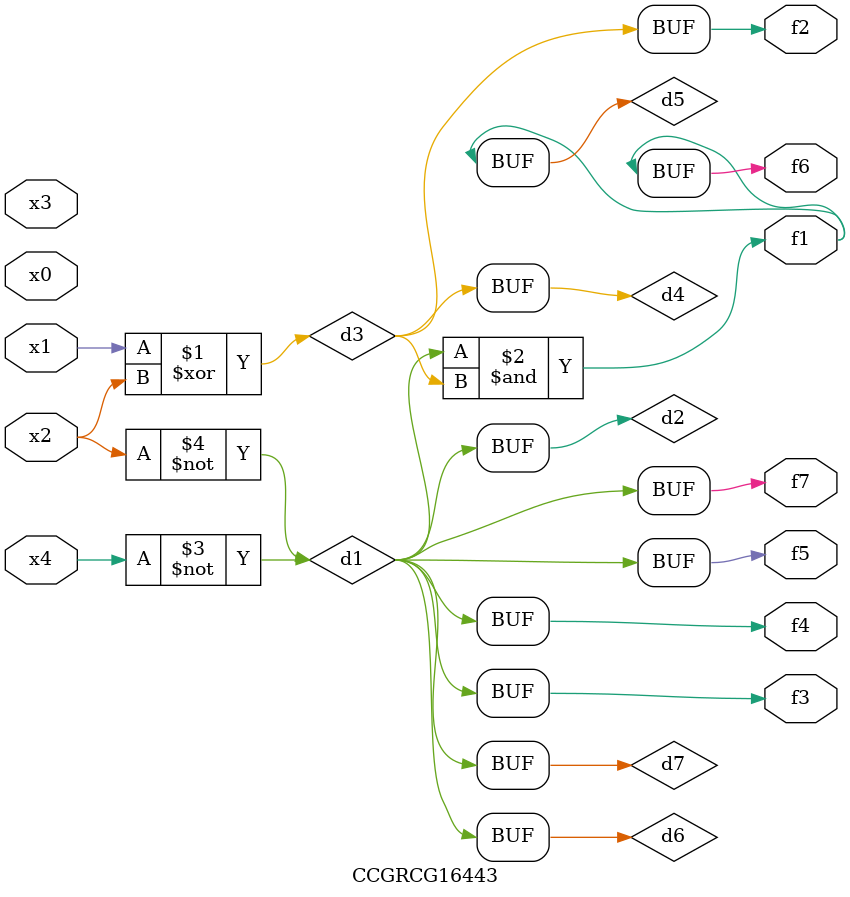
<source format=v>
module CCGRCG16443(
	input x0, x1, x2, x3, x4,
	output f1, f2, f3, f4, f5, f6, f7
);

	wire d1, d2, d3, d4, d5, d6, d7;

	not (d1, x4);
	not (d2, x2);
	xor (d3, x1, x2);
	buf (d4, d3);
	and (d5, d1, d3);
	buf (d6, d1, d2);
	buf (d7, d2);
	assign f1 = d5;
	assign f2 = d4;
	assign f3 = d7;
	assign f4 = d7;
	assign f5 = d7;
	assign f6 = d5;
	assign f7 = d7;
endmodule

</source>
